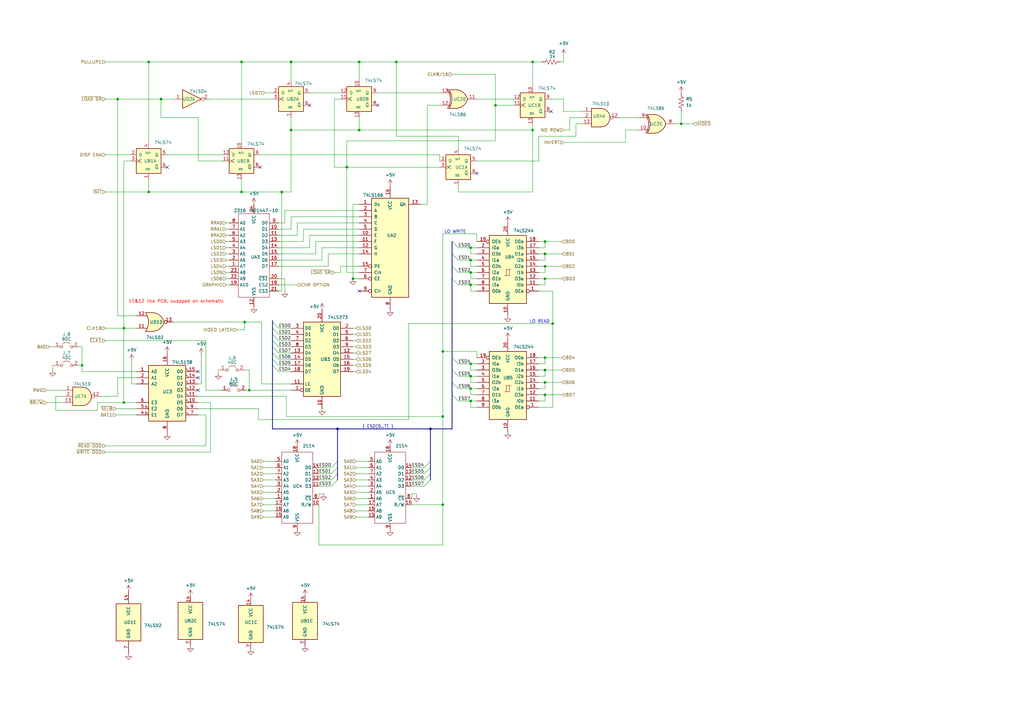
<source format=kicad_sch>
(kicad_sch (version 20250114) (generator "eeschema") (generator_version "9.0")
  (paper "A3")
  (title_block (title "Dot Gen & Even Display RAM") (rev "E") (company "Commodore") (comment 1 "Logic Diagram Universal PET") (comment 2 "8032081-08") (comment 3 "http://www.zimmers.net/anonftp/pub/cbm/schematics/computers/pet/univ/8032081-08.gif"))
  (text "LO READ" (at 217.17 132.715 0) (effects (font (size 1.27 1.27)) (justify left bottom)))
  (text "11&12 like PCB, swapped on schematic" (at 52.705 124.46 0) (effects (font (size 1.27 1.27)) (justify left bottom)))
  (text "LO WRITE" (at 182.245 95.885 0) (effects (font (size 1.27 1.27)) (justify left bottom)))
  (junction (at 193.04 164.465))
  (junction (at 33.655 149.86))
  (junction (at 100.33 132.08))
  (junction (at 193.04 154.305))
  (junction (at 203.2 43.18))
  (junction (at 193.04 149.225))
  (junction (at 193.04 116.84))
  (junction (at 279.4 50.8))
  (junction (at 48.26 40.64))
  (junction (at 147.32 25.4))
  (junction (at 223.52 99.06))
  (junction (at 66.04 40.64))
  (junction (at 193.04 101.6))
  (junction (at 181.61 207.01))
  (junction (at 181.61 170.815))
  (junction (at 223.52 151.765))
  (junction (at 218.44 25.4))
  (junction (at 50.8 134.62))
  (junction (at 60.96 78.74))
  (junction (at 119.38 25.4))
  (junction (at 99.06 25.4))
  (junction (at 99.06 78.74))
  (junction (at 226.695 132.715))
  (junction (at 176.53 175.895))
  (junction (at 223.52 146.685))
  (junction (at 223.52 104.14))
  (junction (at 50.8 165.1))
  (junction (at 138.43 175.895))
  (junction (at 218.44 53.34))
  (junction (at 193.04 106.68))
  (junction (at 193.04 111.76))
  (junction (at 115.57 78.74))
  (junction (at 102.235 160.02))
  (junction (at 223.52 114.3))
  (junction (at 223.52 161.925))
  (junction (at 162.56 25.4))
  (junction (at 147.32 53.34))
  (junction (at 193.04 159.385))
  (junction (at 119.38 53.34))
  (junction (at 223.52 109.22))
  (junction (at 223.52 156.845))
  (junction (at 142.24 68.58))
  (junction (at 181.61 144.145))
  (junction (at 60.96 25.4))
  (junction (at 144.78 114.3))
  (no_connect (at 81.28 152.4))
  (no_connect (at 127 43.18))
  (no_connect (at 154.94 43.18))
  (no_connect (at 81.28 154.94))
  (no_connect (at 147.32 119.38))
  (no_connect (at 106.68 68.58))
  (no_connect (at 81.28 160.02))
  (no_connect (at 195.58 71.12))
  (no_connect (at 226.06 45.72))
  (no_connect (at 68.58 68.58))
  (bus_entry (at 185.42 146.685) (size 2.54 2.54))
  (bus_entry (at 185.42 99.06) (size 2.54 2.54))
  (bus_entry (at 173.99 199.39) (size 2.54 -2.54))
  (bus_entry (at 111.76 142.24) (size 2.54 2.54))
  (bus_entry (at 173.99 196.85) (size 2.54 -2.54))
  (bus_entry (at 135.89 196.85) (size 2.54 -2.54))
  (bus_entry (at 111.76 137.16) (size 2.54 2.54))
  (bus_entry (at 185.42 109.22) (size 2.54 2.54))
  (bus_entry (at 173.99 194.31) (size 2.54 -2.54))
  (bus_entry (at 185.42 156.845) (size 2.54 2.54))
  (bus_entry (at 111.76 147.32) (size 2.54 2.54))
  (bus_entry (at 173.99 191.77) (size 2.54 -2.54))
  (bus_entry (at 111.76 139.7) (size 2.54 2.54))
  (bus_entry (at 135.89 199.39) (size 2.54 -2.54))
  (bus_entry (at 135.89 194.31) (size 2.54 -2.54))
  (bus_entry (at 111.76 134.62) (size 2.54 2.54))
  (bus_entry (at 185.42 151.765) (size 2.54 2.54))
  (bus_entry (at 135.89 191.77) (size 2.54 -2.54))
  (bus_entry (at 185.42 104.14) (size 2.54 2.54))
  (bus_entry (at 111.76 144.78) (size 2.54 2.54))
  (bus_entry (at 111.76 149.86) (size 2.54 2.54))
  (bus_entry (at 111.76 132.08) (size 2.54 2.54))
  (bus_entry (at 185.42 161.925) (size 2.54 2.54))
  (bus_entry (at 185.42 114.3) (size 2.54 2.54))
  (bus (pts (xy 111.76 142.24) (xy 111.76 144.78)))
  (wire (pts (xy 146.05 137.16) (xy 144.78 137.16)))
  (wire (pts (xy 119.38 25.4) (xy 147.32 25.4)))
  (wire (pts (xy 195.58 164.465) (xy 193.04 164.465)))
  (wire (pts (xy 33.655 149.86) (xy 32.385 149.86)))
  (wire (pts (xy 168.91 204.47) (xy 168.91 202.565)))
  (wire (pts (xy 102.235 160.02) (xy 119.38 160.02)))
  (wire (pts (xy 53.975 147.955) (xy 53.975 157.48)))
  (wire (pts (xy 68.58 63.5) (xy 91.44 63.5)))
  (wire (pts (xy 193.04 119.38) (xy 195.58 119.38)))
  (wire (pts (xy 92.71 109.22) (xy 93.98 109.22)))
  (wire (pts (xy 48.26 162.56) (xy 48.26 154.94)))
  (wire (pts (xy 107.95 207.01) (xy 113.03 207.01)))
  (wire (pts (xy 33.655 142.24) (xy 33.655 149.86)))
  (wire (pts (xy 223.52 154.305) (xy 223.52 151.765)))
  (wire (pts (xy 84.455 139.7) (xy 84.455 160.02)))
  (wire (pts (xy 119.38 33.02) (xy 119.38 25.4)))
  (wire (pts (xy 100.33 132.08) (xy 107.315 132.08)))
  (wire (pts (xy 175.26 43.18) (xy 180.34 43.18)))
  (wire (pts (xy 168.91 202.565) (xy 170.815 202.565)))
  (wire (pts (xy 170.815 202.565) (xy 170.815 203.2)))
  (bus (pts (xy 111.76 147.32) (xy 111.76 149.86)))
  (wire (pts (xy 114.3 149.86) (xy 119.38 149.86)))
  (wire (pts (xy 32.385 142.24) (xy 33.655 142.24)))
  (wire (pts (xy 114.3 137.16) (xy 119.38 137.16)))
  (wire (pts (xy 119.38 53.34) (xy 119.38 78.74)))
  (wire (pts (xy 142.24 68.58) (xy 142.24 111.76)))
  (wire (pts (xy 147.32 53.34) (xy 218.44 53.34)))
  (bus (pts (xy 176.53 189.23) (xy 176.53 191.77)))
  (wire (pts (xy 48.26 154.94) (xy 55.88 154.94)))
  (wire (pts (xy 256.54 58.42) (xy 256.54 53.34)))
  (bus (pts (xy 185.42 161.925) (xy 185.42 175.895)))
  (wire (pts (xy 185.42 30.48) (xy 203.2 30.48)))
  (wire (pts (xy 40.005 168.275) (xy 40.005 165.1)))
  (wire (pts (xy 84.455 182.88) (xy 84.455 170.18)))
  (wire (pts (xy 147.32 104.14) (xy 134.62 104.14)))
  (wire (pts (xy 114.3 139.7) (xy 119.38 139.7)))
  (bus (pts (xy 185.42 156.845) (xy 185.42 161.925)))
  (wire (pts (xy 124.46 99.06) (xy 124.46 93.98)))
  (wire (pts (xy 116.84 86.36) (xy 147.32 86.36)))
  (wire (pts (xy 142.24 68.58) (xy 137.16 68.58)))
  (wire (pts (xy 43.18 25.4) (xy 60.96 25.4)))
  (wire (pts (xy 220.98 161.925) (xy 223.52 161.925)))
  (wire (pts (xy 142.24 57.785) (xy 203.2 57.785)))
  (wire (pts (xy 92.71 104.14) (xy 93.98 104.14)))
  (wire (pts (xy 168.91 194.31) (xy 173.99 194.31)))
  (wire (pts (xy 146.05 144.78) (xy 144.78 144.78)))
  (wire (pts (xy 115.57 78.74) (xy 115.57 119.38)))
  (wire (pts (xy 108.585 38.1) (xy 111.76 38.1)))
  (wire (pts (xy 130.81 194.31) (xy 135.89 194.31)))
  (wire (pts (xy 127 96.52) (xy 147.32 96.52)))
  (wire (pts (xy 147.32 109.22) (xy 139.7 109.22)))
  (wire (pts (xy 168.91 207.01) (xy 181.61 207.01)))
  (wire (pts (xy 119.38 93.98) (xy 119.38 88.9)))
  (wire (pts (xy 193.04 101.6) (xy 193.04 104.14)))
  (wire (pts (xy 116.84 119.38) (xy 116.84 114.3)))
  (wire (pts (xy 154.94 38.1) (xy 180.34 38.1)))
  (wire (pts (xy 223.52 161.925) (xy 230.505 161.925)))
  (wire (pts (xy 99.06 78.74) (xy 115.57 78.74)))
  (wire (pts (xy 115.57 78.74) (xy 119.38 78.74)))
  (wire (pts (xy 220.98 104.14) (xy 223.52 104.14)))
  (wire (pts (xy 139.7 111.76) (xy 137.16 111.76)))
  (wire (pts (xy 187.96 76.2) (xy 187.96 78.74)))
  (wire (pts (xy 181.61 144.145) (xy 181.61 170.815)))
  (wire (pts (xy 147.32 111.76) (xy 142.24 111.76)))
  (wire (pts (xy 86.36 40.64) (xy 111.76 40.64)))
  (wire (pts (xy 203.2 57.785) (xy 203.2 43.18)))
  (wire (pts (xy 146.05 142.24) (xy 144.78 142.24)))
  (wire (pts (xy 106.045 172.085) (xy 167.64 172.085)))
  (wire (pts (xy 187.96 106.68) (xy 193.04 106.68)))
  (wire (pts (xy 220.98 164.465) (xy 223.52 164.465)))
  (wire (pts (xy 114.3 106.68) (xy 132.08 106.68)))
  (wire (pts (xy 147.32 33.02) (xy 147.32 25.4)))
  (wire (pts (xy 84.455 160.02) (xy 90.805 160.02)))
  (wire (pts (xy 40.005 165.1) (xy 50.8 165.1)))
  (wire (pts (xy 137.16 40.64) (xy 139.7 40.64)))
  (wire (pts (xy 114.3 96.52) (xy 121.92 96.52)))
  (wire (pts (xy 187.96 101.6) (xy 193.04 101.6)))
  (bus (pts (xy 176.53 175.895) (xy 176.53 189.23)))
  (wire (pts (xy 130.81 204.47) (xy 130.81 202.565)))
  (wire (pts (xy 119.38 48.26) (xy 119.38 53.34)))
  (wire (pts (xy 226.695 119.38) (xy 220.98 119.38)))
  (wire (pts (xy 223.52 109.22) (xy 230.505 109.22)))
  (wire (pts (xy 146.05 191.77) (xy 151.13 191.77)))
  (wire (pts (xy 71.12 132.08) (xy 100.33 132.08)))
  (bus (pts (xy 111.76 139.7) (xy 111.76 142.24)))
  (wire (pts (xy 203.2 43.18) (xy 203.2 30.48)))
  (wire (pts (xy 55.88 129.54) (xy 48.26 129.54)))
  (wire (pts (xy 117.475 170.815) (xy 181.61 170.815)))
  (wire (pts (xy 50.8 134.62) (xy 55.88 134.62)))
  (wire (pts (xy 254 48.26) (xy 261.62 48.26)))
  (wire (pts (xy 86.36 165.1) (xy 86.36 185.42)))
  (wire (pts (xy 130.81 196.85) (xy 135.89 196.85)))
  (wire (pts (xy 193.04 114.3) (xy 195.58 114.3)))
  (wire (pts (xy 279.4 45.72) (xy 279.4 50.8)))
  (wire (pts (xy 193.04 106.68) (xy 193.04 109.22)))
  (wire (pts (xy 218.44 25.4) (xy 222.25 25.4)))
  (wire (pts (xy 220.98 146.685) (xy 223.52 146.685)))
  (wire (pts (xy 187.96 149.225) (xy 193.04 149.225)))
  (wire (pts (xy 26.035 162.56) (xy 22.86 162.56)))
  (wire (pts (xy 43.18 185.42) (xy 86.36 185.42)))
  (wire (pts (xy 220.98 167.005) (xy 226.695 167.005)))
  (wire (pts (xy 223.52 151.765) (xy 230.505 151.765)))
  (bus (pts (xy 111.76 131.445) (xy 111.76 132.08)))
  (wire (pts (xy 223.52 149.225) (xy 223.52 146.685)))
  (wire (pts (xy 223.52 99.06) (xy 230.505 99.06)))
  (wire (pts (xy 134.62 109.22) (xy 114.3 109.22)))
  (wire (pts (xy 218.44 25.4) (xy 162.56 25.4)))
  (wire (pts (xy 33.655 152.4) (xy 33.655 149.86)))
  (wire (pts (xy 106.045 167.64) (xy 106.045 172.085)))
  (wire (pts (xy 223.52 109.22) (xy 223.52 111.76)))
  (wire (pts (xy 195.58 154.305) (xy 193.04 154.305)))
  (wire (pts (xy 100.33 135.255) (xy 100.33 132.08)))
  (wire (pts (xy 20.32 142.24) (xy 22.225 142.24)))
  (wire (pts (xy 162.56 55.88) (xy 162.56 25.4)))
  (wire (pts (xy 193.04 159.385) (xy 193.04 161.925)))
  (wire (pts (xy 97.155 135.255) (xy 100.33 135.255)))
  (wire (pts (xy 139.7 109.22) (xy 139.7 111.76)))
  (wire (pts (xy 106.68 63.5) (xy 180.34 63.5)))
  (wire (pts (xy 92.71 91.44) (xy 93.98 91.44)))
  (wire (pts (xy 220.98 159.385) (xy 223.52 159.385)))
  (wire (pts (xy 60.96 25.4) (xy 99.06 25.4)))
  (bus (pts (xy 111.76 132.08) (xy 111.76 134.62)))
  (wire (pts (xy 146.05 147.32) (xy 144.78 147.32)))
  (wire (pts (xy 102.235 151.765) (xy 102.235 160.02)))
  (wire (pts (xy 47.625 167.64) (xy 55.88 167.64)))
  (wire (pts (xy 187.96 55.88) (xy 162.56 55.88)))
  (wire (pts (xy 193.04 151.765) (xy 195.58 151.765)))
  (wire (pts (xy 238.76 48.26) (xy 233.68 48.26)))
  (wire (pts (xy 193.04 104.14) (xy 195.58 104.14)))
  (wire (pts (xy 43.18 134.62) (xy 50.8 134.62)))
  (wire (pts (xy 147.32 99.06) (xy 129.54 99.06)))
  (wire (pts (xy 220.98 151.765) (xy 223.52 151.765)))
  (wire (pts (xy 146.05 207.01) (xy 151.13 207.01)))
  (wire (pts (xy 146.05 194.31) (xy 151.13 194.31)))
  (wire (pts (xy 146.05 189.23) (xy 151.13 189.23)))
  (wire (pts (xy 223.52 114.3) (xy 230.505 114.3)))
  (wire (pts (xy 66.04 40.64) (xy 66.04 48.26)))
  (wire (pts (xy 55.88 152.4) (xy 33.655 152.4)))
  (wire (pts (xy 130.81 207.01) (xy 130.81 223.52)))
  (bus (pts (xy 138.43 175.895) (xy 138.43 189.23)))
  (wire (pts (xy 193.04 116.84) (xy 193.04 119.38)))
  (wire (pts (xy 223.52 106.68) (xy 220.98 106.68)))
  (wire (pts (xy 66.04 40.64) (xy 71.12 40.64)))
  (wire (pts (xy 89.535 153.035) (xy 89.535 151.765)))
  (wire (pts (xy 146.05 204.47) (xy 151.13 204.47)))
  (wire (pts (xy 218.44 50.8) (xy 218.44 53.34)))
  (wire (pts (xy 114.3 99.06) (xy 124.46 99.06)))
  (wire (pts (xy 220.98 156.845) (xy 223.52 156.845)))
  (wire (pts (xy 231.14 58.42) (xy 256.54 58.42)))
  (wire (pts (xy 218.44 78.74) (xy 218.44 53.34)))
  (wire (pts (xy 43.18 182.88) (xy 84.455 182.88)))
  (wire (pts (xy 22.86 168.275) (xy 40.005 168.275)))
  (wire (pts (xy 180.34 63.5) (xy 180.34 66.04)))
  (wire (pts (xy 130.81 191.77) (xy 135.89 191.77)))
  (wire (pts (xy 114.3 134.62) (xy 119.38 134.62)))
  (wire (pts (xy 41.275 162.56) (xy 48.26 162.56)))
  (wire (pts (xy 124.46 93.98) (xy 147.32 93.98)))
  (wire (pts (xy 22.225 149.86) (xy 21.59 149.86)))
  (wire (pts (xy 180.34 68.58) (xy 142.24 68.58)))
  (wire (pts (xy 107.95 194.31) (xy 113.03 194.31)))
  (wire (pts (xy 107.315 157.48) (xy 119.38 157.48)))
  (wire (pts (xy 50.8 66.04) (xy 50.8 134.62)))
  (wire (pts (xy 181.61 95.885) (xy 181.61 144.145)))
  (wire (pts (xy 195.58 146.685) (xy 195.58 144.145)))
  (wire (pts (xy 47.625 170.18) (xy 55.88 170.18)))
  (wire (pts (xy 256.54 53.34) (xy 261.62 53.34)))
  (wire (pts (xy 193.04 154.305) (xy 193.04 156.845)))
  (wire (pts (xy 147.32 48.26) (xy 147.32 53.34)))
  (wire (pts (xy 114.3 116.84) (xy 121.92 116.84)))
  (wire (pts (xy 146.05 196.85) (xy 151.13 196.85)))
  (wire (pts (xy 146.05 199.39) (xy 151.13 199.39)))
  (wire (pts (xy 229.87 25.4) (xy 231.14 25.4)))
  (wire (pts (xy 187.96 154.305) (xy 193.04 154.305)))
  (wire (pts (xy 167.64 132.715) (xy 226.695 132.715)))
  (wire (pts (xy 107.95 196.85) (xy 113.03 196.85)))
  (wire (pts (xy 99.06 25.4) (xy 99.06 58.42)))
  (wire (pts (xy 175.26 83.82) (xy 175.26 43.18)))
  (wire (pts (xy 193.04 161.925) (xy 195.58 161.925)))
  (bus (pts (xy 185.42 99.06) (xy 185.42 104.14)))
  (wire (pts (xy 233.68 53.34) (xy 231.14 53.34)))
  (wire (pts (xy 107.315 132.08) (xy 107.315 157.48)))
  (wire (pts (xy 223.52 156.845) (xy 230.505 156.845)))
  (wire (pts (xy 144.78 83.82) (xy 147.32 83.82)))
  (wire (pts (xy 21.59 149.86) (xy 21.59 151.765)))
  (wire (pts (xy 81.28 167.64) (xy 106.045 167.64)))
  (wire (pts (xy 220.98 99.06) (xy 223.52 99.06)))
  (wire (pts (xy 144.78 152.4) (xy 146.05 152.4)))
  (wire (pts (xy 146.05 149.86) (xy 144.78 149.86)))
  (bus (pts (xy 185.42 114.3) (xy 185.42 146.685)))
  (wire (pts (xy 114.3 91.44) (xy 116.84 91.44)))
  (wire (pts (xy 19.05 165.1) (xy 26.035 165.1)))
  (wire (pts (xy 223.52 111.76) (xy 220.98 111.76)))
  (wire (pts (xy 132.08 101.6) (xy 147.32 101.6)))
  (wire (pts (xy 195.58 111.76) (xy 193.04 111.76)))
  (wire (pts (xy 187.96 60.96) (xy 187.96 55.88)))
  (wire (pts (xy 48.26 40.64) (xy 48.26 129.54)))
  (wire (pts (xy 195.58 167.005) (xy 193.04 167.005)))
  (wire (pts (xy 218.44 35.56) (xy 218.44 25.4)))
  (wire (pts (xy 187.96 116.84) (xy 193.04 116.84)))
  (bus (pts (xy 111.76 137.16) (xy 111.76 139.7)))
  (wire (pts (xy 107.95 189.23) (xy 113.03 189.23)))
  (wire (pts (xy 236.22 50.8) (xy 238.76 50.8)))
  (wire (pts (xy 168.91 196.85) (xy 173.99 196.85)))
  (wire (pts (xy 100.33 151.765) (xy 102.235 151.765)))
  (wire (pts (xy 43.18 139.7) (xy 84.455 139.7)))
  (wire (pts (xy 223.52 146.685) (xy 230.505 146.685)))
  (wire (pts (xy 130.81 202.565) (xy 132.715 202.565)))
  (wire (pts (xy 114.3 101.6) (xy 127 101.6)))
  (wire (pts (xy 81.28 66.04) (xy 91.44 66.04)))
  (wire (pts (xy 195.58 66.04) (xy 220.98 66.04)))
  (wire (pts (xy 130.81 199.39) (xy 135.89 199.39)))
  (wire (pts (xy 114.3 147.32) (xy 119.38 147.32)))
  (wire (pts (xy 220.98 154.305) (xy 223.52 154.305)))
  (wire (pts (xy 22.86 162.56) (xy 22.86 168.275)))
  (wire (pts (xy 162.56 25.4) (xy 147.32 25.4)))
  (wire (pts (xy 193.04 111.76) (xy 193.04 114.3)))
  (bus (pts (xy 185.42 151.765) (xy 185.42 156.845)))
  (wire (pts (xy 89.535 151.765) (xy 90.17 151.765)))
  (wire (pts (xy 146.05 201.93) (xy 151.13 201.93)))
  (wire (pts (xy 193.04 149.225) (xy 193.04 151.765)))
  (wire (pts (xy 92.71 96.52) (xy 93.98 96.52)))
  (bus (pts (xy 138.43 189.23) (xy 138.43 191.77)))
  (bus (pts (xy 185.42 109.22) (xy 185.42 114.3)))
  (bus (pts (xy 185.42 146.685) (xy 185.42 151.765)))
  (wire (pts (xy 43.18 78.74) (xy 60.96 78.74)))
  (wire (pts (xy 107.95 209.55) (xy 113.03 209.55)))
  (wire (pts (xy 117.475 162.56) (xy 117.475 170.815)))
  (bus (pts (xy 111.76 149.86) (xy 111.76 175.895)))
  (wire (pts (xy 226.06 40.64) (xy 231.14 40.64)))
  (wire (pts (xy 43.18 63.5) (xy 53.34 63.5)))
  (wire (pts (xy 220.98 55.88) (xy 236.22 55.88)))
  (wire (pts (xy 146.05 139.7) (xy 144.78 139.7)))
  (wire (pts (xy 193.04 109.22) (xy 195.58 109.22)))
  (wire (pts (xy 142.24 68.58) (xy 142.24 57.785)))
  (wire (pts (xy 187.96 159.385) (xy 193.04 159.385)))
  (wire (pts (xy 168.91 199.39) (xy 173.99 199.39)))
  (wire (pts (xy 53.34 66.04) (xy 50.8 66.04)))
  (wire (pts (xy 276.86 50.8) (xy 279.4 50.8)))
  (bus (pts (xy 176.53 194.31) (xy 176.53 196.85)))
  (wire (pts (xy 195.58 40.64) (xy 210.82 40.64)))
  (wire (pts (xy 181.61 207.01) (xy 181.61 223.52)))
  (wire (pts (xy 84.455 170.18) (xy 81.28 170.18)))
  (wire (pts (xy 220.98 114.3) (xy 223.52 114.3)))
  (wire (pts (xy 114.3 144.78) (xy 119.38 144.78)))
  (bus (pts (xy 185.42 104.14) (xy 185.42 109.22)))
  (wire (pts (xy 168.91 191.77) (xy 173.99 191.77)))
  (wire (pts (xy 129.54 99.06) (xy 129.54 104.14)))
  (wire (pts (xy 195.58 144.145) (xy 181.61 144.145)))
  (wire (pts (xy 223.52 101.6) (xy 220.98 101.6)))
  (wire (pts (xy 167.64 172.085) (xy 167.64 132.715)))
  (wire (pts (xy 181.61 170.815) (xy 181.61 207.01)))
  (wire (pts (xy 187.96 164.465) (xy 193.04 164.465)))
  (bus (pts (xy 111.76 175.895) (xy 138.43 175.895)))
  (wire (pts (xy 50.8 165.1) (xy 55.88 165.1)))
  (wire (pts (xy 114.3 104.14) (xy 129.54 104.14)))
  (wire (pts (xy 119.38 93.98) (xy 114.3 93.98)))
  (bus (pts (xy 138.43 194.31) (xy 138.43 196.85)))
  (wire (pts (xy 193.04 156.845) (xy 195.58 156.845)))
  (wire (pts (xy 223.52 116.84) (xy 220.98 116.84)))
  (wire (pts (xy 116.84 91.44) (xy 116.84 86.36)))
  (wire (pts (xy 146.05 134.62) (xy 144.78 134.62)))
  (wire (pts (xy 233.68 48.26) (xy 233.68 53.34)))
  (wire (pts (xy 147.32 53.34) (xy 119.38 53.34)))
  (wire (pts (xy 92.71 111.76) (xy 93.98 111.76)))
  (wire (pts (xy 99.06 73.66) (xy 99.06 78.74)))
  (wire (pts (xy 107.95 201.93) (xy 113.03 201.93)))
  (wire (pts (xy 132.08 106.68) (xy 132.08 101.6)))
  (wire (pts (xy 137.16 68.58) (xy 137.16 40.64)))
  (wire (pts (xy 195.58 101.6) (xy 193.04 101.6)))
  (wire (pts (xy 210.82 43.18) (xy 203.2 43.18)))
  (wire (pts (xy 81.28 157.48) (xy 82.55 157.48)))
  (wire (pts (xy 223.52 159.385) (xy 223.52 156.845)))
  (wire (pts (xy 81.28 48.26) (xy 81.28 66.04)))
  (wire (pts (xy 99.06 25.4) (xy 119.38 25.4)))
  (wire (pts (xy 195.58 106.68) (xy 193.04 106.68)))
  (wire (pts (xy 195.58 149.225) (xy 193.04 149.225)))
  (wire (pts (xy 92.71 106.68) (xy 93.98 106.68)))
  (wire (pts (xy 107.95 212.09) (xy 113.03 212.09)))
  (bus (pts (xy 111.76 134.62) (xy 111.76 137.16)))
  (wire (pts (xy 92.71 93.98) (xy 93.98 93.98)))
  (wire (pts (xy 107.95 204.47) (xy 113.03 204.47)))
  (wire (pts (xy 92.71 101.6) (xy 93.98 101.6)))
  (wire (pts (xy 223.52 114.3) (xy 223.52 116.84)))
  (wire (pts (xy 43.18 40.64) (xy 48.26 40.64)))
  (wire (pts (xy 114.3 119.38) (xy 115.57 119.38)))
  (wire (pts (xy 195.58 116.84) (xy 193.04 116.84)))
  (wire (pts (xy 223.52 99.06) (xy 223.52 101.6)))
  (wire (pts (xy 127 101.6) (xy 127 96.52)))
  (wire (pts (xy 92.71 116.84) (xy 93.98 116.84)))
  (wire (pts (xy 223.52 104.14) (xy 223.52 106.68)))
  (wire (pts (xy 66.04 48.26) (xy 81.28 48.26)))
  (bus (pts (xy 176.53 191.77) (xy 176.53 194.31)))
  (wire (pts (xy 172.72 83.82) (xy 175.26 83.82)))
  (wire (pts (xy 121.92 91.44) (xy 147.32 91.44)))
  (wire (pts (xy 195.58 159.385) (xy 193.04 159.385)))
  (wire (pts (xy 146.05 209.55) (xy 151.13 209.55)))
  (wire (pts (xy 231.14 22.86) (xy 231.14 25.4)))
  (wire (pts (xy 220.98 149.225) (xy 223.52 149.225)))
  (wire (pts (xy 127 38.1) (xy 139.7 38.1)))
  (wire (pts (xy 220.98 109.22) (xy 223.52 109.22)))
  (wire (pts (xy 107.95 191.77) (xy 113.03 191.77)))
  (wire (pts (xy 19.05 160.02) (xy 26.035 160.02)))
  (wire (pts (xy 60.96 78.74) (xy 60.96 73.66)))
  (wire (pts (xy 114.3 152.4) (xy 119.38 152.4)))
  (wire (pts (xy 223.52 104.14) (xy 230.505 104.14)))
  (wire (pts (xy 187.96 78.74) (xy 218.44 78.74)))
  (bus (pts (xy 138.43 175.895) (xy 176.53 175.895)))
  (wire (pts (xy 81.28 162.56) (xy 117.475 162.56)))
  (wire (pts (xy 223.52 164.465) (xy 223.52 161.925)))
  (wire (pts (xy 144.78 114.3) (xy 144.78 83.82)))
  (wire (pts (xy 81.28 165.1) (xy 86.36 165.1)))
  (wire (pts (xy 116.84 114.3) (xy 114.3 114.3)))
  (wire (pts (xy 195.58 95.885) (xy 195.58 99.06)))
  (wire (pts (xy 226.695 132.715) (xy 226.695 119.38)))
  (wire (pts (xy 48.26 40.64) (xy 66.04 40.64)))
  (wire (pts (xy 114.3 142.24) (xy 119.38 142.24)))
  (wire (pts (xy 187.96 111.76) (xy 193.04 111.76)))
  (wire (pts (xy 181.61 95.885) (xy 195.58 95.885)))
  (wire (pts (xy 92.71 99.06) (xy 93.98 99.06)))
  (wire (pts (xy 53.975 157.48) (xy 55.88 157.48)))
  (wire (pts (xy 193.04 167.005) (xy 193.04 164.465)))
  (wire (pts (xy 236.22 55.88) (xy 236.22 50.8)))
  (bus (pts (xy 176.53 175.895) (xy 185.42 175.895)))
  (wire (pts (xy 50.8 134.62) (xy 50.8 165.1)))
  (wire (pts (xy 60.96 25.4) (xy 60.96 58.42)))
  (wire (pts (xy 144.78 114.3) (xy 147.32 114.3)))
  (wire (pts (xy 82.55 145.415) (xy 82.55 157.48)))
  (wire (pts (xy 220.98 66.04) (xy 220.98 55.88)))
  (wire (pts (xy 130.81 223.52) (xy 181.61 223.52)))
  (wire (pts (xy 92.71 114.3) (xy 93.98 114.3)))
  (wire (pts (xy 279.4 50.8) (xy 284.48 50.8)))
  (wire (pts (xy 231.14 45.72) (xy 238.76 45.72)))
  (wire (pts (xy 231.14 40.64) (xy 231.14 45.72)))
  (wire (pts (xy 121.92 91.44) (xy 121.92 96.52)))
  (wire (pts (xy 100.965 160.02) (xy 102.235 160.02)))
  (wire (pts (xy 134.62 104.14) (xy 134.62 109.22)))
  (wire (pts (xy 226.695 167.005) (xy 226.695 132.715)))
  (wire (pts (xy 146.05 212.09) (xy 151.13 212.09)))
  (bus (pts (xy 111.76 144.78) (xy 111.76 147.32)))
  (wire (pts (xy 107.95 199.39) (xy 113.03 199.39)))
  (wire (pts (xy 119.38 88.9) (xy 147.32 88.9)))
  (bus (pts (xy 138.43 191.77) (xy 138.43 194.31)))
  (wire (pts (xy 60.96 78.74) (xy 99.06 78.74)))
  (label "ESD1" (at 130.81 194.31 0))
  (label "ESD0" (at 130.81 191.77 0))
  (label "{ ESD[0..7] }" (at 148.59 175.895 0))
  (label "ESD3" (at 114.3 142.24 0))
  (label "ESD5" (at 114.3 149.86 0))
  (label "ESD3" (at 187.96 116.84 0))
  (label "ESD1" (at 187.96 106.68 0))
  (label "ESD0" (at 187.96 101.6 0))
  (label "ESD4" (at 114.3 152.4 0))
  (label "ESD2" (at 114.3 139.7 0))
  (label "ESD6" (at 187.96 159.385 0))
  (label "ESD5" (at 168.91 194.31 0))
  (label "ESD2" (at 187.96 111.76 0))
  (label "ESD0" (at 114.3 134.62 0))
  (label "ESD6" (at 168.91 196.85 0))
  (label "ESD5" (at 187.96 154.305 0))
  (label "ESD7" (at 187.96 164.465 0))
  (label "ESD2" (at 130.81 196.85 0))
  (label "ESD3" (at 130.81 199.39 0))
  (label "ESD4" (at 187.96 149.225 0))
  (label "ESD4" (at 168.91 191.77 0))
  (label "ESD7" (at 168.91 199.39 0))
  (label "ESD6" (at 114.3 147.32 0))
  (label "ESD7" (at 114.3 144.78 0))
  (label "ESD1" (at 114.3 137.16 0))
  (hierarchical_label "INVERT" (shape input) (at 231.14 58.42 180))
  (hierarchical_label "BD5" (shape input) (at 230.505 151.765 0))
  (hierarchical_label "LSD0" (shape input) (at 146.05 134.62 0))
  (hierarchical_label "LSD2" (shape input) (at 92.71 104.14 180))
  (hierarchical_label "~{LOAD SR}" (shape input) (at 137.16 111.76 180))
  (hierarchical_label "SA9" (shape input) (at 146.05 212.09 180))
  (hierarchical_label "BD4" (shape input) (at 230.505 146.685 0))
  (hierarchical_label "SA2" (shape input) (at 107.95 194.31 180))
  (hierarchical_label "SA4" (shape input) (at 146.05 199.39 180))
  (hierarchical_label "SA5" (shape input) (at 146.05 201.93 180))
  (hierarchical_label "BD6" (shape input) (at 230.505 156.845 0))
  (hierarchical_label "~{WRITE ODD}" (shape input) (at 43.18 185.42 180))
  (hierarchical_label "SA2" (shape input) (at 146.05 194.31 180))
  (hierarchical_label "GRAPHIC" (shape input) (at 92.71 116.84 180))
  (hierarchical_label "LSD0" (shape input) (at 92.71 99.06 180))
  (hierarchical_label "~{CLK1}" (shape input) (at 43.18 139.7 180))
  (hierarchical_label "CLK1B" (shape input) (at 43.18 134.62 180))
  (hierarchical_label "LSD4" (shape input) (at 92.71 109.22 180))
  (hierarchical_label "LSD4" (shape input) (at 146.05 152.4 0))
  (hierarchical_label "LSD6" (shape input) (at 146.05 147.32 0))
  (hierarchical_label "SA0" (shape input) (at 146.05 189.23 180))
  (hierarchical_label "~{BR{slash}W}" (shape input) (at 19.05 165.1 180))
  (hierarchical_label "BD3" (shape input) (at 230.505 114.3 0))
  (hierarchical_label "~{VIDEO}" (shape input) (at 284.48 50.8 0))
  (hierarchical_label "SA1" (shape input) (at 107.95 191.77 180))
  (hierarchical_label "BD1" (shape input) (at 230.505 104.14 0))
  (hierarchical_label "NO ROW" (shape input) (at 231.14 53.34 180))
  (hierarchical_label "BD2" (shape input) (at 230.505 109.22 0))
  (hierarchical_label "LSD7" (shape input) (at 146.05 144.78 0))
  (hierarchical_label "PULLUP1" (shape input) (at 43.18 25.4 180))
  (hierarchical_label "SA4" (shape input) (at 107.95 199.39 180))
  (hierarchical_label "SA8" (shape input) (at 146.05 209.55 180))
  (hierarchical_label "SA9" (shape input) (at 107.95 212.09 180))
  (hierarchical_label "BD7" (shape input) (at 230.505 161.925 0))
  (hierarchical_label "RRA0" (shape input) (at 92.71 91.44 180))
  (hierarchical_label "~{INIT}" (shape input) (at 43.18 78.74 180))
  (hierarchical_label "~{READ ODD}" (shape input) (at 43.18 182.88 180))
  (hierarchical_label "SA0" (shape input) (at 107.95 189.23 180))
  (hierarchical_label "DISP ENA" (shape input) (at 43.18 63.5 180))
  (hierarchical_label "LSD6" (shape input) (at 92.71 114.3 180))
  (hierarchical_label "SA3" (shape input) (at 146.05 196.85 180))
  (hierarchical_label "RRA1" (shape input) (at 92.71 93.98 180))
  (hierarchical_label "SA3" (shape input) (at 107.95 196.85 180))
  (hierarchical_label "SA6" (shape input) (at 146.05 204.47 180))
  (hierarchical_label "LSD2" (shape input) (at 146.05 139.7 0))
  (hierarchical_label "LSD3" (shape input) (at 146.05 142.24 0))
  (hierarchical_label "BA0" (shape input) (at 20.32 142.24 180))
  (hierarchical_label "BD0" (shape input) (at 230.505 99.06 0))
  (hierarchical_label "VIDEO LATCH" (shape input) (at 97.155 135.255 180))
  (hierarchical_label "RWG" (shape input) (at 19.05 160.02 180))
  (hierarchical_label "LSD1" (shape input) (at 146.05 137.16 0))
  (hierarchical_label "RRA2" (shape input) (at 92.71 96.52 180))
  (hierarchical_label "CHR OPTION" (shape input) (at 121.92 116.84 0))
  (hierarchical_label "CLK8{slash}16" (shape input) (at 185.42 30.48 180))
  (hierarchical_label "SA7" (shape input) (at 146.05 207.01 180))
  (hierarchical_label "~{LOAD SR}" (shape input) (at 43.18 40.64 180))
  (hierarchical_label "LSD5" (shape input) (at 146.05 149.86 0))
  (hierarchical_label "BA11" (shape input) (at 47.625 170.18 180))
  (hierarchical_label "LSD3" (shape input) (at 92.71 106.68 180))
  (hierarchical_label "SA8" (shape input) (at 107.95 209.55 180))
  (hierarchical_label "LSD1" (shape input) (at 92.71 101.6 180))
  (hierarchical_label "SA1" (shape input) (at 146.05 191.77 180))
  (hierarchical_label "LSD7" (shape input) (at 108.585 38.1 180))
  (hierarchical_label "SA7" (shape input) (at 107.95 207.01 180))
  (hierarchical_label "SA6" (shape input) (at 107.95 204.47 180))
  (hierarchical_label "LSD5" (shape input) (at 92.71 111.76 180))
  (hierarchical_label "~{SEL8}" (shape input) (at 47.625 167.64 180))
  (hierarchical_label "SA5" (shape input) (at 107.95 201.93 180))
  (symbol (lib_id "power:GND") (at 89.535 153.035 0) (unit 1)
    (property "Reference" "#PWR0260" (effects (hide yes)))
    (property "Value" "GND" (effects (hide yes)))
  )
  (symbol (lib_id "power:GND") (at 144.78 114.3 0) (unit 1)
    (property "Reference" "#PWR0237" (effects (hide yes)))
    (property "Value" "GND" (effects (hide yes)))
  )
  (symbol (lib_id "Jumper:Jumper_2_Open") (at 27.305 149.86 0) (unit 1) (in_bom no)
    (property "Reference" "J_7" (at 27.305 144.78 0))
    (property "Value" "40C" (at 27.305 146.685 0))
    (property "Footprint" "Jumpers:Jumper-12.4mm" (effects (hide yes)))
  )
  (symbol (lib_id "74xx:74LS74") (at 218.44 43.18 0) (unit 2)
    (property "Reference" "UC1" (at 216.535 43.18 0) (effects (justify left)))
    (property "Value" "74LS74" (at 220.6341 36.195 0) (effects (justify left)))
    (property "Footprint" "Package_DIP:DIP-14_W7.62mm" (effects (hide yes)))
    (property "Datasheet" "74xx/74hc_hct74.pdf" (effects (hide yes)))
  )
  (symbol (lib_id "power:+5V") (at 231.14 22.86 0) (unit 1)
    (property "Reference" "#PWR0329" (effects (hide yes)))
    (property "Value" "+5V" (at 231.14 17.78 0))
  )
  (symbol (lib_id "74xx:74LS74") (at 99.06 66.04 0) (unit 2)
    (property "Reference" "UB1" (at 97.155 66.04 0) (effects (justify left)))
    (property "Value" "74LS74" (at 101.2541 59.055 0) (effects (justify left)))
    (property "Footprint" "Package_DIP:DIP-14_W7.62mm" (effects (hide yes)))
    (property "Datasheet" "74xx/74hc_hct74.pdf" (effects (hide yes)))
  )
  (symbol (lib_id "power:GND") (at 208.28 177.165 0) (unit 1)
    (property "Reference" "#PWR0249" (effects (hide yes)))
    (property "Value" "GND" (effects (hide yes)))
  )
  (symbol (lib_id "74xx:74LS04") (at 78.74 40.64 0) (unit 1)
    (property "Reference" "UD2" (at 77.47 40.64 0))
    (property "Value" "74LS04" (at 81.28 37.465 0))
    (property "Footprint" "Package_DIP:DIP-14_W7.62mm" (effects (hide yes)))
    (property "Datasheet" "http://www.ti.com/lit/gpn/sn74LS04" (effects (hide yes)))
  )
  (symbol (lib_id "power:+5V") (at 78.105 244.475 0) (unit 1)
    (property "Reference" "#PWR0309" (effects (hide yes)))
    (property "Value" "+5V" (at 78.105 240.03 0))
  )
  (symbol (lib_id "74xx:74LS10") (at 33.655 162.56 0) (unit 1)
    (property "Reference" "UE7" (at 33.02 162.56 0))
    (property "Value" "74LS10" (at 33.655 157.48 0))
    (property "Footprint" "Package_DIP:DIP-14_W7.62mm" (effects (hide yes)))
    (property "Datasheet" "http://www.ti.com/lit/gpn/sn74LS10" (effects (hide yes)))
  )
  (symbol (lib_id "74xx:74LS86") (at 269.24 50.8 0) (unit 3)
    (property "Reference" "UC2" (at 269.24 50.8 0))
    (property "Value" "74LS86" (at 268.9352 44.45 0))
    (property "Footprint" "Package_DIP:DIP-14_W7.62mm" (effects (hide yes)))
    (property "Datasheet" "74xx/74ls86.pdf" (effects (hide yes)))
  )
  (symbol (lib_id "Jumper:Jumper_2_Open") (at 95.25 151.765 0) (unit 1) (in_bom no)
    (property "Reference" "J_6" (at 95.25 146.685 0))
    (property "Value" "40C" (at 95.25 148.59 0))
    (property "Footprint" "Jumpers:Jumper-12.4mm" (effects (hide yes)))
  )
  (symbol (lib_id "74xx:74LS74") (at 78.105 254.635 0) (unit 3)
    (property "Reference" "UB2" (at 75.565 254.635 0) (effects (justify left)))
    (property "Value" "74LS74" (at 85.09 255.905 0) (effects (justify left)))
    (property "Footprint" "Package_DIP:DIP-14_W7.62mm" (effects (hide yes)))
    (property "Datasheet" "74xx/74hc_hct74.pdf" (effects (hide yes)))
  )
  (symbol (lib_id "RAM:2114") (at 118.11 194.31 0) (unit 1)
    (property "Reference" "UC4" (at 120.015 199.39 0) (effects (justify left)))
    (property "Value" "2114" (at 124.1141 182.88 0) (effects (justify left)))
    (property "Footprint" "Package_DIP:DIP-18_W7.62mm" (effects (hide yes)))
  )
  (symbol (lib_id "74xx:74LS74") (at 60.96 66.04 0) (unit 1)
    (property "Reference" "UB1" (at 59.055 66.04 0) (effects (justify left)))
    (property "Value" "74LS74" (at 63.1541 58.42 0) (effects (justify left)))
    (property "Footprint" "Package_DIP:DIP-14_W7.62mm" (effects (hide yes)))
    (property "Datasheet" "74xx/74hc_hct74.pdf" (effects (hide yes)))
  )
  (symbol (lib_id "74xx:74LS10") (at 246.38 48.26 0) (unit 1)
    (property "Reference" "UD4" (at 245.745 47.625 0))
    (property "Value" "74LS10" (at 246.3717 42.545 0))
    (property "Footprint" "Package_DIP:DIP-14_W7.62mm" (effects (hide yes)))
    (property "Datasheet" "http://www.ti.com/lit/gpn/sn74LS10" (effects (hide yes)))
  )
  (symbol (lib_id "power:+5V") (at 104.14 83.82 0) (unit 1)
    (property "Reference" "#PWR0238" (effects (hide yes)))
    (property "Value" "+5V" (at 104.14 79.375 0))
  )
  (symbol (lib_id "power:GND") (at 132.08 167.64 0) (unit 1)
    (property "Reference" "#PWR0256" (effects (hide yes)))
    (property "Value" "GND" (effects (hide yes)))
  )
  (symbol (lib_id "power:GND") (at 116.84 119.38 0) (unit 1)
    (property "Reference" "#PWR0240" (effects (hide yes)))
    (property "Value" "GND" (effects (hide yes)))
  )
  (symbol (lib_id "power:+5V") (at 53.975 147.955 0) (unit 1)
    (property "Reference" "#PWR0315" (effects (hide yes)))
    (property "Value" "+5V" (at 53.975 143.51 0))
  )
  (symbol (lib_id "74xx:74LS86") (at 187.96 40.64 0) (mirror x) (unit 4)
    (property "Reference" "UC2" (at 188.595 40.64 0))
    (property "Value" "74LS86" (at 187.6552 46.99 0))
    (property "Footprint" "Package_DIP:DIP-14_W7.62mm" (effects (hide yes)))
    (property "Datasheet" "74xx/74ls86.pdf" (effects (hide yes)))
  )
  (symbol (lib_id "power:GND") (at 52.705 267.97 0) (unit 1)
    (property "Reference" "#PWR0251" (effects (hide yes)))
    (property "Value" "GND" (effects (hide yes)))
  )
  (symbol (lib_id "74xx:74LS74") (at 119.38 40.64 0) (unit 1)
    (property "Reference" "UB2" (at 117.475 40.64 0) (effects (justify left)))
    (property "Value" "74LS74" (at 120.65 34.29 0) (effects (justify left)))
    (property "Footprint" "Package_DIP:DIP-14_W7.62mm" (effects (hide yes)))
    (property "Datasheet" "74xx/74hc_hct74.pdf" (effects (hide yes)))
  )
  (symbol (lib_id "power:GND") (at 104.14 125.73 0) (unit 1)
    (property "Reference" "#PWR0239" (effects (hide yes)))
    (property "Value" "GND" (effects (hide yes)))
  )
  (symbol (lib_id "power:GND") (at 125.095 264.795 0) (unit 1)
    (property "Reference" "#PWR0313" (effects (hide yes)))
    (property "Value" "GND" (effects (hide yes)))
  )
  (symbol (lib_id "74xx:74LS138") (at 68.58 160.02 0) (unit 1)
    (property "Reference" "UC3" (at 66.675 160.655 0) (effects (justify left)))
    (property "Value" "74LS138" (at 70.485 148.59 0) (effects (justify left)))
    (property "Footprint" "Package_DIP:DIP-16_W7.62mm" (effects (hide yes)))
    (property "Datasheet" "http://www.ti.com/lit/gpn/sn74LS138" (effects (hide yes)))
  )
  (symbol (lib_id "74xx:74LS74") (at 187.96 68.58 0) (unit 1)
    (property "Reference" "UC1" (at 186.69 68.58 0) (effects (justify left)))
    (property "Value" "74LS74" (at 190.1541 60.96 0) (effects (justify left)))
    (property "Footprint" "Package_DIP:DIP-14_W7.62mm" (effects (hide yes)))
    (property "Datasheet" "74xx/74hc_hct74.pdf" (effects (hide yes)))
  )
  (symbol (lib_id "ROMs:2316") (at 104.14 83.82 0) (unit 1)
    (property "Reference" "UA3" (at 102.87 105.41 0) (effects (justify left)))
    (property "Value" "2316  901447-10" (at 95.885 86.36 0) (effects (justify left)))
    (property "Footprint" "Package_DIP:DIP-24_W15.24mm" (effects (hide yes)))
  )
  (symbol (lib_id "power:GND") (at 78.105 264.795 0) (unit 1)
    (property "Reference" "#PWR0308" (effects (hide yes)))
    (property "Value" "GND" (effects (hide yes)))
  )
  (symbol (lib_id "74xx:74LS166") (at 160.02 101.6 0) (unit 1)
    (property "Reference" "UA2" (at 160.655 96.52 0))
    (property "Value" "74LS166" (at 153.035 80.01 0))
    (property "Footprint" "Package_DIP:DIP-16_W7.62mm" (effects (hide yes)))
    (property "Datasheet" "http://www.ti.com/lit/gpn/sn74LS166" (effects (hide yes)))
  )
  (symbol (lib_id "power:GND") (at 208.28 129.54 0) (unit 1)
    (property "Reference" "#PWR0248" (effects (hide yes)))
    (property "Value" "GND" (effects (hide yes)))
  )
  (symbol (lib_id "Device:R_US") (at 279.4 41.91 0) (unit 1)
    (property "Reference" "R5" (at 281.305 40.64 0) (effects (justify left)))
    (property "Value" "1k" (at 281.305 43.18 0) (effects (justify left)))
    (property "Footprint" "Resistors:R_Axial" (effects (hide yes)))
  )
  (symbol (lib_id "Logic:74LS244") (at 208.28 111.76 0) (unit 1)
    (property "Reference" "UB4" (at 207.01 105.41 0) (effects (justify left)))
    (property "Value" "74LS244" (at 210.4741 94.615 0) (effects (justify left)))
    (property "Footprint" "Package_DIP:DIP-20_W7.62mm" (effects (hide yes)))
    (property "Datasheet" "http://www.ti.com/lit/ds/symlink/sn74ls244.pdf" (effects (hide yes)))
  )
  (symbol (lib_id "power:+5V") (at 208.28 91.44 0) (unit 1)
    (property "Reference" "#PWR0246" (effects (hide yes)))
    (property "Value" "+5V" (at 208.28 86.995 0))
  )
  (symbol (lib_id "Jumper:Jumper_2_Open") (at 95.885 160.02 0) (unit 1) (in_bom no)
    (property "Reference" "J_5" (at 95.885 155.575 0))
    (property "Value" "80C" (at 95.885 157.48 0))
    (property "Footprint" "Jumpers:Jumper-12.4mm" (effects (hide yes)))
  )
  (symbol (lib_id "Device:R_US") (at 226.06 25.4 270) (unit 1)
    (property "Reference" "R2" (at 225.044 21.336 90) (effects (justify left)))
    (property "Value" "1k" (at 225.298 23.114 90) (effects (justify left)))
    (property "Footprint" "Resistors:R_Axial" (effects (hide yes)))
  )
  (symbol (lib_id "power:GND") (at 132.715 202.565 0) (unit 1)
    (property "Reference" "#PWR0261" (effects (hide yes)))
    (property "Value" "GND" (effects (hide yes)))
  )
  (symbol (lib_id "74xx:74LS74") (at 125.095 254.635 0) (unit 3)
    (property "Reference" "UB1" (at 123.19 254.635 0) (effects (justify left)))
    (property "Value" "74LS74" (at 132.08 255.905 0) (effects (justify left)))
    (property "Footprint" "Package_DIP:DIP-14_W7.62mm" (effects (hide yes)))
    (property "Datasheet" "74xx/74hc_hct74.pdf" (effects (hide yes)))
  )
  (symbol (lib_id "power:+5V") (at 160.02 76.2 0) (unit 1)
    (property "Reference" "#PWR0236" (effects (hide yes)))
    (property "Value" "+5V" (at 160.02 71.755 0))
  )
  (symbol (lib_id "power:+5V") (at 125.095 244.475 0) (unit 1)
    (property "Reference" "#PWR0312" (effects (hide yes)))
    (property "Value" "+5V" (at 125.095 240.03 0))
  )
  (symbol (lib_id "74xx:74LS02") (at 63.5 132.08 0) (mirror x) (unit 4)
    (property "Reference" "UD1" (at 64.135 132.08 0))
    (property "Value" "74LS02" (at 63.5 138.43 0))
    (property "Footprint" "Package_DIP:DIP-14_W7.62mm" (effects (hide yes)))
    (property "Datasheet" "http://www.ti.com/lit/gpn/sn74ls02" (effects (hide yes)))
  )
  (symbol (lib_id "74xx:74LS74") (at 147.32 40.64 0) (unit 2)
    (property "Reference" "UB2" (at 146.05 40.64 0) (effects (justify left)))
    (property "Value" "74LS74" (at 149.5141 33.02 0) (effects (justify left)))
    (property "Footprint" "Package_DIP:DIP-14_W7.62mm" (effects (hide yes)))
    (property "Datasheet" "74xx/74hc_hct74.pdf" (effects (hide yes)))
  )
  (symbol (lib_id "power:+5V") (at 279.4 38.1 0) (unit 1)
    (property "Reference" "#PWR0241" (effects (hide yes)))
    (property "Value" "+5V" (at 279.4 33.655 0))
  )
  (symbol (lib_id "power:GND") (at 21.59 151.765 0) (unit 1)
    (property "Reference" "#PWR0314" (effects (hide yes)))
    (property "Value" "GND" (effects (hide yes)))
  )
  (symbol (lib_id "power:+5V") (at 208.28 139.065 0) (unit 1)
    (property "Reference" "#PWR0247" (effects (hide yes)))
    (property "Value" "+5V" (at 208.28 134.62 0))
  )
  (symbol (lib_id "power:GND") (at 170.815 203.2 0) (unit 1)
    (property "Reference" "#PWR0262" (effects (hide yes)))
    (property "Value" "GND" (effects (hide yes)))
  )
  (symbol (lib_id "power:+5V") (at 82.55 145.415 0) (unit 1)
    (property "Reference" "#PWR0335" (effects (hide yes)))
    (property "Value" "+5V" (at 82.55 140.97 0))
  )
  (symbol (lib_id "power:+5V") (at 52.705 242.57 0) (unit 1)
    (property "Reference" "#PWR0250" (effects (hide yes)))
    (property "Value" "+5V" (at 52.705 238.125 0))
  )
  (symbol (lib_id "74xx:74LS74") (at 102.87 255.905 0) (unit 3)
    (property "Reference" "UC1" (at 100.33 255.27 0) (effects (justify left)))
    (property "Value" "74LS74" (at 109.22 257.175 0) (effects (justify left)))
    (property "Footprint" "Package_DIP:DIP-14_W7.62mm" (effects (hide yes)))
    (property "Datasheet" "74xx/74hc_hct74.pdf" (effects (hide yes)))
  )
  (symbol (lib_id "power:+5V") (at 102.87 245.745 0) (unit 1)
    (property "Reference" "#PWR0306" (effects (hide yes)))
    (property "Value" "+5V" (at 102.87 241.3 0))
  )
  (symbol (lib_id "74xx:74LS02") (at 52.705 255.27 0) (unit 5)
    (property "Reference" "UD1" (at 50.8 255.27 0) (effects (justify left)))
    (property "Value" "74LS02" (at 59.055 256.54 0) (effects (justify left)))
    (property "Footprint" "Package_DIP:DIP-14_W7.62mm" (effects (hide yes)))
    (property "Datasheet" "http://www.ti.com/lit/gpn/sn74ls02" (effects (hide yes)))
  )
  (symbol (lib_id "power:GND") (at 121.92 217.17 0) (unit 1)
    (property "Reference" "#PWR0254" (effects (hide yes)))
    (property "Value" "GND" (effects (hide yes)))
  )
  (symbol (lib_id "power:+5V") (at 132.08 127 0) (unit 1)
    (property "Reference" "#PWR0257" (effects (hide yes)))
    (property "Value" "+5V" (at 128.905 125.73 0))
  )
  (symbol (lib_id "Jumper:Jumper_2_Open") (at 27.305 142.24 0) (unit 1) (in_bom no)
    (property "Reference" "J_8" (at 27.305 137.16 0))
    (property "Value" "80C" (at 27.305 139.065 0))
    (property "Footprint" "Jumpers:Jumper-12.4mm" (effects (hide yes)))
  )
  (symbol (lib_id "power:+5V") (at 160.02 182.88 0) (unit 1)
    (property "Reference" "#PWR0259" (effects (hide yes)))
    (property "Value" "+5V" (at 160.02 178.435 0))
  )
  (symbol (lib_id "power:GND") (at 160.02 127 0) (unit 1)
    (property "Reference" "#PWR0235" (effects (hide yes)))
    (property "Value" "GND" (effects (hide yes)))
  )
  (symbol (lib_id "power:GND") (at 160.02 217.17 0) (unit 1)
    (property "Reference" "#PWR0255" (effects (hide yes)))
    (property "Value" "GND" (effects (hide yes)))
  )
  (symbol (lib_id "power:+5V") (at 121.92 182.88 0) (unit 1)
    (property "Reference" "#PWR0258" (effects (hide yes)))
    (property "Value" "+5V" (at 121.92 178.435 0))
  )
  (symbol (lib_id "power:GND") (at 68.58 177.8 0) (unit 1)
    (property "Reference" "#PWR0253" (effects (hide yes)))
    (property "Value" "GND" (effects (hide yes)))
  )
  (symbol (lib_id "Logic:74LS244") (at 208.28 159.385 0) (unit 1)
    (property "Reference" "UB5" (at 206.375 154.94 0) (effects (justify left)))
    (property "Value" "74LS244" (at 210.4741 142.24 0) (effects (justify left)))
    (property "Footprint" "Package_DIP:DIP-20_W7.62mm" (effects (hide yes)))
    (property "Datasheet" "http://www.ti.com/lit/ds/symlink/sn74ls244.pdf" (effects (hide yes)))
  )
  (symbol (lib_id "power:GND") (at 102.87 266.065 0) (unit 1)
    (property "Reference" "#PWR0307" (effects (hide yes)))
    (property "Value" "GND" (effects (hide yes)))
  )
  (symbol (lib_id "74xx:74LS373") (at 132.08 147.32 0) (unit 1)
    (property "Reference" "UB3" (at 131.445 147.32 0) (effects (justify left)))
    (property "Value" "74LS373" (at 134.2741 130.175 0) (effects (justify left)))
    (property "Footprint" "Package_DIP:DIP-20_W7.62mm" (effects (hide yes)))
    (property "Datasheet" "http://www.ti.com/lit/gpn/sn74LS373" (effects (hide yes)))
  )
  (symbol (lib_id "power:+5V") (at 68.58 144.78 0) (unit 1)
    (property "Reference" "#PWR0252" (effects (hide yes)))
    (property "Value" "+5V" (at 68.58 140.335 0))
  )
  (symbol (lib_id "RAM:2114") (at 156.21 194.31 0) (unit 1)
    (property "Reference" "UC5" (at 158.115 201.93 0) (effects (justify left)))
    (property "Value" "2114" (at 162.2141 182.88 0) (effects (justify left)))
    (property "Footprint" "Package_DIP:DIP-18_W7.62mm" (effects (hide yes)))
  )
)
</source>
